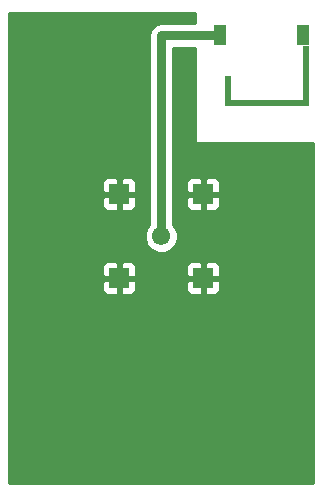
<source format=gbr>
*
%LPD*%
%LN915 Chip Antenna-F.Cu*%
%FSLAX25Y25*%
%MOIN*%
%AD*%
%AD*%
%ADD11C,0.039370079*%
%ADD12C,0.029559055*%
%ADD13R,0.065X0.065*%
%ADD14C,0.061023622*%
%ADD15C,0.01*%
%ADD18R,0.039370079X0.070866142*%
%ADD19R,0.019685039X0.200787402*%
%ADD20R,0.279527559X0.019685039*%
%ADD21R,0.019685039X0.098425197*%
%ADD22C,0.031*%
G54D11*
%SRX1Y1I0.0J0.0*%
G1X574803Y-352457D3*
G54D12*
G1X576000Y-302000D3*
G1X571000Y-302000D3*
G54D11*
G1X613000Y-346000D3*
G1X606299Y-346457D3*
G1X582677Y-346457D3*
G1X598425Y-346457D3*
G1X590551Y-346457D3*
G1X574803Y-330709D3*
G1X574803Y-338583D3*
G1X574803Y-346457D3*
G1X574803Y-322835D3*
G1X574803Y-314961D3*
G1X570866Y-389764D3*
G1X562992Y-389764D3*
G1X582677Y-370079D3*
G1X582677Y-377953D3*
G1X551181Y-377953D3*
G1X551181Y-370079D3*
G1X551181Y-350394D3*
G1X559055Y-311024D3*
G1X559055Y-318898D3*
G1X559055Y-326772D3*
G1X559055Y-350394D3*
G1X559055Y-342520D3*
G1X559055Y-334646D3*
G1X559055Y-303150D3*
G1X543307Y-303150D3*
G1X551181Y-303150D3*
G1X535433Y-303150D3*
G1X527559Y-303150D3*
G1X614173Y-358268D3*
G1X614000Y-352000D3*
G1X614173Y-397638D3*
G1X614173Y-405512D3*
G1X614173Y-413386D3*
G1X614173Y-421260D3*
G1X614173Y-389764D3*
G1X614173Y-381890D3*
G1X614173Y-374016D3*
G1X614173Y-366142D3*
G1X614173Y-444882D3*
G1X614173Y-437008D3*
G1X614173Y-429134D3*
G1X614173Y-452756D3*
G1X598425Y-452756D3*
G1X606299Y-452756D3*
G1X590551Y-452756D3*
G1X582677Y-452756D3*
G1X551181Y-452756D3*
G1X559055Y-452756D3*
G1X574803Y-452756D3*
G1X566929Y-452756D3*
G1X535433Y-452756D3*
G1X543307Y-452756D3*
G1X527559Y-452756D3*
G1X519685Y-429134D3*
G1X519685Y-437008D3*
G1X519685Y-444882D3*
G1X519685Y-452756D3*
G1X519685Y-366142D3*
G1X519685Y-374016D3*
G1X519685Y-381890D3*
G1X519685Y-389764D3*
G1X519685Y-421260D3*
G1X519685Y-413386D3*
G1X519685Y-405512D3*
G1X519685Y-397638D3*
G1X519685Y-334646D3*
G1X519685Y-342520D3*
G1X519685Y-350394D3*
G1X519685Y-358268D3*
G1X519685Y-326772D3*
G1X519685Y-318898D3*
G1X519685Y-311024D3*
G54D18*
G1X586642Y-307130D3*
G1X614142Y-307130D3*
G54D19*
G1X615142Y-320630D3*
G54D20*
G1X602142Y-329680D3*
G54D21*
G1X589142Y-325730D3*
G54D13*
G1X580929Y-388016D3*
G1X552929Y-360016D3*
G1X552929Y-388016D3*
G1X580929Y-360016D3*
G54D14*
G1X566929Y-374016D3*
G54D11*
G1X519685Y-303150D3*
G54D12*
G1X565000Y-302000D3*
G1X584646Y-307087D2*
G54D22*
G1X580709Y-307087D1*
G1X566929Y-307087D2*
G1X566929Y-374016D1*
G1X580709Y-307087D2*
G1X566929Y-307087D1*
G54D15*
G36*
G1X516248Y-391141D2*
G1X516248Y-456193D1*
G1X617610Y-456193D1*
G1X617610Y-391141D1*
G1X586679Y-391141D1*
G1X586679Y-391763D1*
G1X586299Y-392682D1*
G1X585595Y-393385D1*
G1X584676Y-393766D1*
G1X582054Y-393766D1*
G1X581429Y-393141D1*
G1X581429Y-391141D1*
G1X580429Y-391141D1*
G1X580429Y-393141D1*
G1X579804Y-393766D1*
G1X577182Y-393766D1*
G1X576263Y-393385D1*
G1X575560Y-392682D1*
G1X575179Y-391763D1*
G1X575179Y-391141D1*
G1X558679Y-391141D1*
G1X558679Y-391763D1*
G1X558299Y-392682D1*
G1X557595Y-393385D1*
G1X556676Y-393766D1*
G1X554054Y-393766D1*
G1X553429Y-393141D1*
G1X553429Y-391141D1*
G1X552429Y-391141D1*
G1X552429Y-393141D1*
G1X551804Y-393766D1*
G1X549182Y-393766D1*
G1X548263Y-393385D1*
G1X547560Y-392682D1*
G1X547179Y-391763D1*
G1X547179Y-391141D1*
G1X516248Y-391141D1*
G37*
G36*
G1X516248Y-384891D2*
G1X516248Y-391141D1*
G1X547179Y-391141D1*
G1X547179Y-389141D1*
G1X547804Y-388516D1*
G1X552429Y-388516D1*
G1X552429Y-391141D1*
G1X553429Y-391141D1*
G1X553429Y-388516D1*
G1X558054Y-388516D1*
G1X558679Y-389141D1*
G1X558679Y-391141D1*
G1X575179Y-391141D1*
G1X575179Y-389141D1*
G1X575804Y-388516D1*
G1X580429Y-388516D1*
G1X580429Y-391141D1*
G1X581429Y-391141D1*
G1X581429Y-388516D1*
G1X586054Y-388516D1*
G1X586679Y-389141D1*
G1X586679Y-391141D1*
G1X617610Y-391141D1*
G1X617610Y-384891D1*
G1X586679Y-384891D1*
G1X586679Y-386891D1*
G1X586054Y-387516D1*
G1X581429Y-387516D1*
G1X581429Y-384891D1*
G1X580429Y-384891D1*
G1X580429Y-387516D1*
G1X575804Y-387516D1*
G1X575179Y-386891D1*
G1X575179Y-384891D1*
G1X558679Y-384891D1*
G1X558679Y-386891D1*
G1X558054Y-387516D1*
G1X553429Y-387516D1*
G1X553429Y-384891D1*
G1X552429Y-384891D1*
G1X552429Y-387516D1*
G1X547804Y-387516D1*
G1X547179Y-386891D1*
G1X547179Y-384891D1*
G1X516248Y-384891D1*
G37*
G36*
G1X516248Y-363141D2*
G1X516248Y-384891D1*
G1X547179Y-384891D1*
G1X547179Y-384268D1*
G1X547560Y-383350D1*
G1X548263Y-382646D1*
G1X549182Y-382266D1*
G1X551804Y-382266D1*
G1X552429Y-382891D1*
G1X552429Y-384891D1*
G1X553429Y-384891D1*
G1X553429Y-382891D1*
G1X554054Y-382266D1*
G1X556676Y-382266D1*
G1X557595Y-382646D1*
G1X558299Y-383350D1*
G1X558679Y-384268D1*
G1X558679Y-384891D1*
G1X575179Y-384891D1*
G1X575179Y-384268D1*
G1X575560Y-383350D1*
G1X576263Y-382646D1*
G1X577182Y-382266D1*
G1X579804Y-382266D1*
G1X580429Y-382891D1*
G1X580429Y-384891D1*
G1X581429Y-384891D1*
G1X581429Y-382891D1*
G1X582054Y-382266D1*
G1X584676Y-382266D1*
G1X585595Y-382646D1*
G1X586299Y-383350D1*
G1X586679Y-384268D1*
G1X586679Y-384891D1*
G1X617610Y-384891D1*
G1X617610Y-363141D1*
G1X586679Y-363141D1*
G1X586679Y-363763D1*
G1X586299Y-364682D1*
G1X585595Y-365385D1*
G1X584676Y-365766D1*
G1X582054Y-365766D1*
G1X581429Y-365141D1*
G1X581429Y-363141D1*
G1X580429Y-363141D1*
G1X580429Y-365141D1*
G1X579804Y-365766D1*
G1X577182Y-365766D1*
G1X576263Y-365385D1*
G1X575560Y-364682D1*
G1X575179Y-363763D1*
G1X575179Y-363141D1*
G1X570979Y-363141D1*
G1X570979Y-370215D1*
G1X571638Y-370875D1*
G1X572481Y-372916D1*
G1X572479Y-375125D1*
G1X571632Y-377164D1*
G1X570070Y-378725D1*
G1X568029Y-379568D1*
G1X565820Y-379566D1*
G1X563781Y-378719D1*
G1X562220Y-377156D1*
G1X561377Y-375115D1*
G1X561379Y-372907D1*
G1X562226Y-370867D1*
G1X562879Y-370215D1*
G1X562879Y-363141D1*
G1X558679Y-363141D1*
G1X558679Y-363763D1*
G1X558299Y-364682D1*
G1X557595Y-365385D1*
G1X556676Y-365766D1*
G1X554054Y-365766D1*
G1X553429Y-365141D1*
G1X553429Y-363141D1*
G1X552429Y-363141D1*
G1X552429Y-365141D1*
G1X551804Y-365766D1*
G1X549182Y-365766D1*
G1X548263Y-365385D1*
G1X547560Y-364682D1*
G1X547179Y-363763D1*
G1X547179Y-363141D1*
G1X516248Y-363141D1*
G37*
G36*
G1X516248Y-356891D2*
G1X516248Y-363141D1*
G1X547179Y-363141D1*
G1X547179Y-361141D1*
G1X547804Y-360516D1*
G1X552429Y-360516D1*
G1X552429Y-363141D1*
G1X553429Y-363141D1*
G1X553429Y-360516D1*
G1X558054Y-360516D1*
G1X558679Y-361141D1*
G1X558679Y-363141D1*
G1X562879Y-363141D1*
G1X562879Y-356891D1*
G1X558679Y-356891D1*
G1X558679Y-358891D1*
G1X558054Y-359516D1*
G1X553429Y-359516D1*
G1X553429Y-356891D1*
G1X552429Y-356891D1*
G1X552429Y-359516D1*
G1X547804Y-359516D1*
G1X547179Y-358891D1*
G1X547179Y-356891D1*
G1X516248Y-356891D1*
G37*
G36*
G1X516248Y-356891D2*
G1X547179Y-356891D1*
G1X547179Y-356268D1*
G1X547560Y-355350D1*
G1X548263Y-354646D1*
G1X549182Y-354266D1*
G1X551804Y-354266D1*
G1X552429Y-354891D1*
G1X552429Y-356891D1*
G1X553429Y-356891D1*
G1X553429Y-354891D1*
G1X554054Y-354266D1*
G1X556676Y-354266D1*
G1X557595Y-354646D1*
G1X558299Y-355350D1*
G1X558679Y-356268D1*
G1X558679Y-356891D1*
G1X562879Y-356891D1*
G1X562879Y-307087D1*
G1X563187Y-305537D1*
G1X564065Y-304223D1*
G1X565379Y-303345D1*
G1X566929Y-303037D1*
G1X578240Y-303037D1*
G1X578240Y-299713D1*
G1X516248Y-299713D1*
G1X516248Y-356891D1*
G37*
G36*
G1X570979Y-356891D2*
G1X570979Y-363141D1*
G1X575179Y-363141D1*
G1X575179Y-361141D1*
G1X575804Y-360516D1*
G1X580429Y-360516D1*
G1X580429Y-363141D1*
G1X581429Y-363141D1*
G1X581429Y-360516D1*
G1X586054Y-360516D1*
G1X586679Y-361141D1*
G1X586679Y-363141D1*
G1X617610Y-363141D1*
G1X617610Y-356891D1*
G1X586679Y-356891D1*
G1X586679Y-358891D1*
G1X586054Y-359516D1*
G1X581429Y-359516D1*
G1X581429Y-356891D1*
G1X580429Y-356891D1*
G1X580429Y-359516D1*
G1X575804Y-359516D1*
G1X575179Y-358891D1*
G1X575179Y-356891D1*
G1X570979Y-356891D1*
G37*
G36*
G1X570979Y-356891D2*
G1X575179Y-356891D1*
G1X575179Y-356268D1*
G1X575560Y-355350D1*
G1X576263Y-354646D1*
G1X577182Y-354266D1*
G1X579804Y-354266D1*
G1X580429Y-354891D1*
G1X580429Y-356891D1*
G1X581429Y-356891D1*
G1X581429Y-354891D1*
G1X582054Y-354266D1*
G1X584676Y-354266D1*
G1X585595Y-354646D1*
G1X586299Y-355350D1*
G1X586679Y-356268D1*
G1X586679Y-356891D1*
G1X617610Y-356891D1*
G1X617610Y-343020D1*
G1X578740Y-343020D1*
G1X578558Y-342986D1*
G1X578392Y-342878D1*
G1X578280Y-342714D1*
G1X578240Y-342520D1*
G1X578240Y-311137D1*
G1X570979Y-311137D1*
G1X570979Y-356891D1*
G37*
G1X578240Y-303037D2*
G1X566929Y-303037D1*
G1X565379Y-303345D1*
G1X564065Y-304223D1*
G1X563187Y-305537D1*
G1X562879Y-307087D1*
G1X562879Y-370215D1*
G1X562226Y-370867D1*
G1X561379Y-372907D1*
G1X561377Y-375115D1*
G1X562220Y-377156D1*
G1X563781Y-378719D1*
G1X565820Y-379566D1*
G1X568029Y-379568D1*
G1X570070Y-378725D1*
G1X571632Y-377164D1*
G1X572479Y-375125D1*
G1X572481Y-372916D1*
G1X571638Y-370875D1*
G1X570979Y-370215D1*
G1X570979Y-361141D1*
G1X575179Y-361141D1*
G1X575179Y-363763D1*
G1X575560Y-364682D1*
G1X576263Y-365385D1*
G1X577182Y-365766D1*
G1X579804Y-365766D1*
G1X580429Y-365141D1*
G1X580429Y-360516D1*
G1X581429Y-360516D1*
G1X581429Y-365141D1*
G1X582054Y-365766D1*
G1X584676Y-365766D1*
G1X585595Y-365385D1*
G1X586299Y-364682D1*
G1X586679Y-363763D1*
G1X586679Y-361141D1*
G1X586054Y-360516D1*
G1X581429Y-360516D1*
G1X580429Y-360516D1*
G1X575804Y-360516D1*
G1X575179Y-361141D1*
G1X570979Y-361141D1*
G1X570979Y-356268D1*
G1X575179Y-356268D1*
G1X575179Y-358891D1*
G1X575804Y-359516D1*
G1X580429Y-359516D1*
G1X580429Y-354891D1*
G1X581429Y-354891D1*
G1X581429Y-359516D1*
G1X586054Y-359516D1*
G1X586679Y-358891D1*
G1X586679Y-356268D1*
G1X586299Y-355350D1*
G1X585595Y-354646D1*
G1X584676Y-354266D1*
G1X582054Y-354266D1*
G1X581429Y-354891D1*
G1X580429Y-354891D1*
G1X579804Y-354266D1*
G1X577182Y-354266D1*
G1X576263Y-354646D1*
G1X575560Y-355350D1*
G1X575179Y-356268D1*
G1X570979Y-356268D1*
G1X570979Y-311137D1*
G1X578240Y-311137D1*
G1X578240Y-342520D1*
G1X578280Y-342714D1*
G1X578392Y-342878D1*
G1X578558Y-342986D1*
G1X578740Y-343020D1*
G1X617610Y-343020D1*
G1X617610Y-456193D1*
G1X516248Y-456193D1*
G1X516248Y-389141D1*
G1X547179Y-389141D1*
G1X547179Y-391763D1*
G1X547560Y-392682D1*
G1X548263Y-393385D1*
G1X549182Y-393766D1*
G1X551804Y-393766D1*
G1X552429Y-393141D1*
G1X552429Y-388516D1*
G1X553429Y-388516D1*
G1X553429Y-393141D1*
G1X554054Y-393766D1*
G1X556676Y-393766D1*
G1X557595Y-393385D1*
G1X558299Y-392682D1*
G1X558679Y-391763D1*
G1X558679Y-389141D1*
G1X575179Y-389141D1*
G1X575179Y-391763D1*
G1X575560Y-392682D1*
G1X576263Y-393385D1*
G1X577182Y-393766D1*
G1X579804Y-393766D1*
G1X580429Y-393141D1*
G1X580429Y-388516D1*
G1X581429Y-388516D1*
G1X581429Y-393141D1*
G1X582054Y-393766D1*
G1X584676Y-393766D1*
G1X585595Y-393385D1*
G1X586299Y-392682D1*
G1X586679Y-391763D1*
G1X586679Y-389141D1*
G1X586054Y-388516D1*
G1X581429Y-388516D1*
G1X580429Y-388516D1*
G1X575804Y-388516D1*
G1X575179Y-389141D1*
G1X558679Y-389141D1*
G1X558054Y-388516D1*
G1X553429Y-388516D1*
G1X552429Y-388516D1*
G1X547804Y-388516D1*
G1X547179Y-389141D1*
G1X516248Y-389141D1*
G1X516248Y-384268D1*
G1X547179Y-384268D1*
G1X547179Y-386891D1*
G1X547804Y-387516D1*
G1X552429Y-387516D1*
G1X552429Y-382891D1*
G1X553429Y-382891D1*
G1X553429Y-387516D1*
G1X558054Y-387516D1*
G1X558679Y-386891D1*
G1X558679Y-384268D1*
G1X575179Y-384268D1*
G1X575179Y-386891D1*
G1X575804Y-387516D1*
G1X580429Y-387516D1*
G1X580429Y-382891D1*
G1X581429Y-382891D1*
G1X581429Y-387516D1*
G1X586054Y-387516D1*
G1X586679Y-386891D1*
G1X586679Y-384268D1*
G1X586299Y-383350D1*
G1X585595Y-382646D1*
G1X584676Y-382266D1*
G1X582054Y-382266D1*
G1X581429Y-382891D1*
G1X580429Y-382891D1*
G1X579804Y-382266D1*
G1X577182Y-382266D1*
G1X576263Y-382646D1*
G1X575560Y-383350D1*
G1X575179Y-384268D1*
G1X558679Y-384268D1*
G1X558299Y-383350D1*
G1X557595Y-382646D1*
G1X556676Y-382266D1*
G1X554054Y-382266D1*
G1X553429Y-382891D1*
G1X552429Y-382891D1*
G1X551804Y-382266D1*
G1X549182Y-382266D1*
G1X548263Y-382646D1*
G1X547560Y-383350D1*
G1X547179Y-384268D1*
G1X516248Y-384268D1*
G1X516248Y-361141D1*
G1X547179Y-361141D1*
G1X547179Y-363763D1*
G1X547560Y-364682D1*
G1X548263Y-365385D1*
G1X549182Y-365766D1*
G1X551804Y-365766D1*
G1X552429Y-365141D1*
G1X552429Y-360516D1*
G1X553429Y-360516D1*
G1X553429Y-365141D1*
G1X554054Y-365766D1*
G1X556676Y-365766D1*
G1X557595Y-365385D1*
G1X558299Y-364682D1*
G1X558679Y-363763D1*
G1X558679Y-361141D1*
G1X558054Y-360516D1*
G1X553429Y-360516D1*
G1X552429Y-360516D1*
G1X547804Y-360516D1*
G1X547179Y-361141D1*
G1X516248Y-361141D1*
G1X516248Y-356268D1*
G1X547179Y-356268D1*
G1X547179Y-358891D1*
G1X547804Y-359516D1*
G1X552429Y-359516D1*
G1X552429Y-354891D1*
G1X553429Y-354891D1*
G1X553429Y-359516D1*
G1X558054Y-359516D1*
G1X558679Y-358891D1*
G1X558679Y-356268D1*
G1X558299Y-355350D1*
G1X557595Y-354646D1*
G1X556676Y-354266D1*
G1X554054Y-354266D1*
G1X553429Y-354891D1*
G1X552429Y-354891D1*
G1X551804Y-354266D1*
G1X549182Y-354266D1*
G1X548263Y-354646D1*
G1X547560Y-355350D1*
G1X547179Y-356268D1*
G1X516248Y-356268D1*
G1X516248Y-299713D1*
G1X578240Y-299713D1*
G1X578240Y-303037D1*
M2*

</source>
